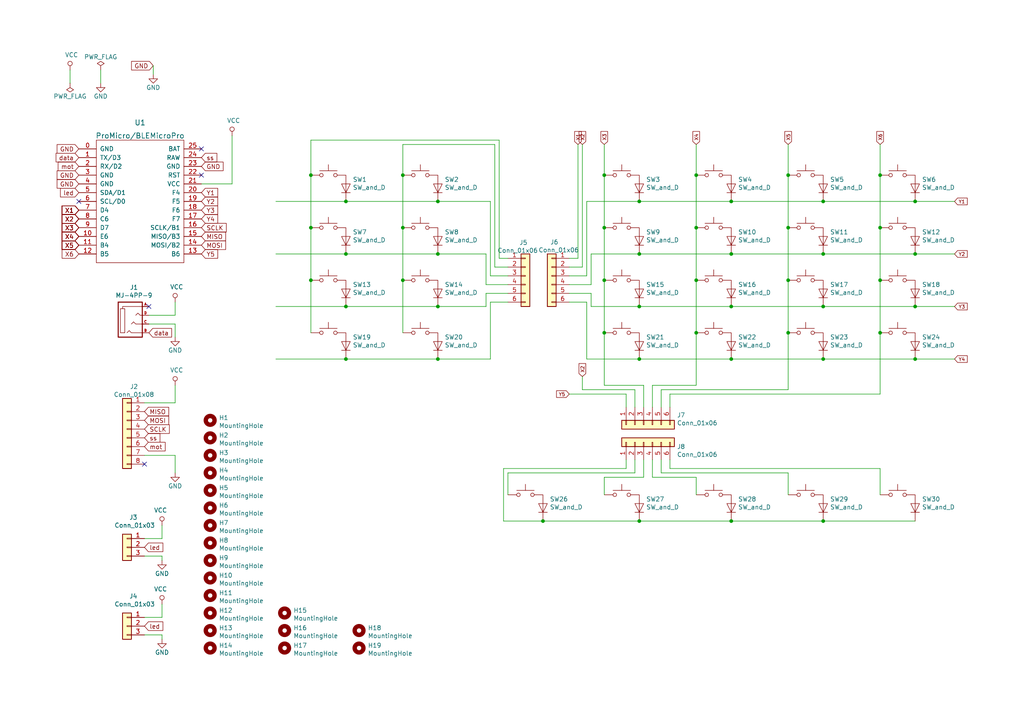
<source format=kicad_sch>
(kicad_sch (version 20210406) (generator eeschema)
  (paper "A4")
  (title_block (title "Suzuri Keypad") (rev "1") (company "@e3w2q"))
  (lib_symbols
    (symbol "#library:BLEMicroPro" (pin_names (offset 1.016))
      (property "Reference" "U?" (at 0 29.21 0))
      (property "Value" "ProMicro/BLEMicroPro" (at 0 25.4 0))
      (symbol "BLEMicroPro_0_1"
        (rectangle (start -12.7 24.13) (end 12.7 -11.43))
      )
      (symbol "BLEMicroPro_1_1"
        (pin input line (at -17.78 21.59 0) (length 5.08) (name "GND") (number "0"))
        (pin bidirectional line (at -17.78 19.05 0) (length 5.08) (name "TX/D3") (number "1"))
        (pin bidirectional line (at -17.78 -3.81 0) (length 5.08) (name "E6") (number "10"))
        (pin bidirectional line (at -17.78 -6.35 0) (length 5.08) (name "B4") (number "11"))
        (pin bidirectional line (at -17.78 -8.89 0) (length 5.08) (name "B5") (number "12"))
        (pin bidirectional line (at 17.78 -8.89 180) (length 5.08) (name "B6") (number "13"))
        (pin bidirectional line (at 17.78 -6.35 180) (length 5.08) (name "MOSI/B2") (number "14"))
        (pin bidirectional line (at 17.78 -3.81 180) (length 5.08) (name "MISO/B3") (number "15"))
        (pin bidirectional line (at 17.78 -1.27 180) (length 5.08) (name "SCLK/B1") (number "16"))
        (pin bidirectional line (at 17.78 1.27 180) (length 5.08) (name "F7") (number "17"))
        (pin bidirectional line (at 17.78 3.81 180) (length 5.08) (name "F6") (number "18"))
        (pin bidirectional line (at 17.78 6.35 180) (length 5.08) (name "F5") (number "19"))
        (pin bidirectional line (at -17.78 16.51 0) (length 5.08) (name "RX/D2") (number "2"))
        (pin bidirectional line (at 17.78 8.89 180) (length 5.08) (name "F4") (number "20"))
        (pin power_in line (at 17.78 11.43 180) (length 5.08) (name "VCC") (number "21"))
        (pin input line (at 17.78 13.97 180) (length 5.08) (name "RST") (number "22"))
        (pin power_in line (at 17.78 16.51 180) (length 5.08) (name "GND") (number "23"))
        (pin power_out line (at 17.78 19.05 180) (length 5.08) (name "RAW") (number "24"))
        (pin input line (at 17.78 21.59 180) (length 5.08) (name "BAT") (number "25"))
        (pin power_in line (at -17.78 13.97 0) (length 5.08) (name "GND") (number "3"))
        (pin power_in line (at -17.78 11.43 0) (length 5.08) (name "GND") (number "4"))
        (pin bidirectional line (at -17.78 8.89 0) (length 5.08) (name "SDA/D1") (number "5"))
        (pin bidirectional line (at -17.78 6.35 0) (length 5.08) (name "SCL/D0") (number "6"))
        (pin bidirectional line (at -17.78 3.81 0) (length 5.08) (name "D4") (number "7"))
        (pin bidirectional line (at -17.78 1.27 0) (length 5.08) (name "C6") (number "8"))
        (pin bidirectional line (at -17.78 -1.27 0) (length 5.08) (name "D7") (number "9"))
      )
    )
    (symbol "#library:MJ-4PP-9" (pin_names (offset 1.016))
      (property "Reference" "J" (at 0 7.62 0))
      (property "Value" "MJ-4PP-9" (at 0 -5.08 0))
      (symbol "MJ-4PP-9_0_1"
        (rectangle (start -1.905 -2.54) (end -3.175 4.445))
        (rectangle (start 3.175 6.35) (end -3.81 -3.81) (stroke (width 0.3048)))
        (polyline (pts (xy -2.54 4.445) (xy -2.54 5.08) (xy 3.175 5.08)))
        (polyline (pts (xy -1.27 -2.54) (xy -0.635 -1.905) (xy 0 -2.54) (xy 3.175 -2.54)))
        (polyline (pts (xy 0 0) (xy 0.635 0.635) (xy 1.27 0) (xy 3.175 0)))
        (polyline (pts (xy 1.27 2.54) (xy 1.905 3.175) (xy 2.54 2.54) (xy 3.175 2.54)))
      )
      (symbol "MJ-4PP-9_1_1"
        (pin input line (at 5.08 5.08 180) (length 2.0066) (name "~") (number "A"))
        (pin input line (at 5.08 -2.54 180) (length 2.0066) (name "~") (number "B"))
        (pin input line (at 5.08 0 180) (length 2.0066) (name "~") (number "C"))
        (pin input line (at 5.08 2.54 180) (length 2.0066) (name "~") (number "D"))
      )
    )
    (symbol "#library:SW_and_D" (pin_numbers hide) (pin_names (offset 1.016) hide)
      (property "Reference" "SW" (at 1.27 2.54 0))
      (property "Value" "SW_and_D" (at 0 -1.524 0))
      (symbol "SW_and_D_0_1"
        (circle (center -2.032 0) (radius 0.508))
        (circle (center 2.032 0) (radius 0.508))
        (polyline (pts (xy 0 1.27) (xy 0 3.048)))
        (polyline (pts (xy 2.54 1.27) (xy -2.54 1.27)))
        (polyline (pts (xy 3.81 -5.08) (xy 6.35 -5.08)))
        (polyline (pts (xy 2.54 0) (xy 5.08 0) (xy 5.08 -5.08) (xy 6.35 -2.54) (xy 3.81 -2.54) (xy 5.08 -5.08)))
        (pin passive line (at -5.08 0 0) (length 2.54) (name "1") (number "1"))
        (pin passive line (at 5.08 -7.62 90) (length 2.54) (name "2") (number "2"))
      )
    )
    (symbol "Connector_Generic:Conn_01x03" (pin_names (offset 1.016) hide)
      (property "Reference" "J" (at 0 5.08 0))
      (property "Value" "Conn_01x03" (at 0 -5.08 0))
      (symbol "Conn_01x03_1_1"
        (rectangle (start -1.27 -2.413) (end 0 -2.667) (stroke (width 0.1524)))
        (rectangle (start -1.27 0.127) (end 0 -0.127) (stroke (width 0.1524)))
        (rectangle (start -1.27 2.667) (end 0 2.413) (stroke (width 0.1524)))
        (rectangle (start -1.27 3.81) (end 1.27 -3.81) (stroke (width 0.254)) (fill (type background)))
        (pin passive line (at -5.08 2.54 0) (length 3.81) (name "Pin_1") (number "1"))
        (pin passive line (at -5.08 0 0) (length 3.81) (name "Pin_2") (number "2"))
        (pin passive line (at -5.08 -2.54 0) (length 3.81) (name "Pin_3") (number "3"))
      )
    )
    (symbol "Connector_Generic:Conn_01x06" (pin_names (offset 1.016) hide)
      (property "Reference" "J" (at 0 7.62 0))
      (property "Value" "Conn_01x06" (at 0 -10.16 0))
      (symbol "Conn_01x06_1_1"
        (rectangle (start -1.27 -7.493) (end 0 -7.747) (stroke (width 0.1524)))
        (rectangle (start -1.27 -4.953) (end 0 -5.207) (stroke (width 0.1524)))
        (rectangle (start -1.27 -2.413) (end 0 -2.667) (stroke (width 0.1524)))
        (rectangle (start -1.27 0.127) (end 0 -0.127) (stroke (width 0.1524)))
        (rectangle (start -1.27 2.667) (end 0 2.413) (stroke (width 0.1524)))
        (rectangle (start -1.27 5.207) (end 0 4.953) (stroke (width 0.1524)))
        (rectangle (start -1.27 6.35) (end 1.27 -8.89) (stroke (width 0.254)) (fill (type background)))
        (pin passive line (at -5.08 5.08 0) (length 3.81) (name "Pin_1") (number "1"))
        (pin passive line (at -5.08 2.54 0) (length 3.81) (name "Pin_2") (number "2"))
        (pin passive line (at -5.08 0 0) (length 3.81) (name "Pin_3") (number "3"))
        (pin passive line (at -5.08 -2.54 0) (length 3.81) (name "Pin_4") (number "4"))
        (pin passive line (at -5.08 -5.08 0) (length 3.81) (name "Pin_5") (number "5"))
        (pin passive line (at -5.08 -7.62 0) (length 3.81) (name "Pin_6") (number "6"))
      )
    )
    (symbol "Connector_Generic:Conn_01x08" (pin_names (offset 1.016) hide)
      (property "Reference" "J" (at 0 10.16 0))
      (property "Value" "Conn_01x08" (at 0 -12.7 0))
      (symbol "Conn_01x08_1_1"
        (rectangle (start -1.27 -10.033) (end 0 -10.287) (stroke (width 0.1524)))
        (rectangle (start -1.27 -7.493) (end 0 -7.747) (stroke (width 0.1524)))
        (rectangle (start -1.27 -4.953) (end 0 -5.207) (stroke (width 0.1524)))
        (rectangle (start -1.27 -2.413) (end 0 -2.667) (stroke (width 0.1524)))
        (rectangle (start -1.27 0.127) (end 0 -0.127) (stroke (width 0.1524)))
        (rectangle (start -1.27 2.667) (end 0 2.413) (stroke (width 0.1524)))
        (rectangle (start -1.27 5.207) (end 0 4.953) (stroke (width 0.1524)))
        (rectangle (start -1.27 7.747) (end 0 7.493) (stroke (width 0.1524)))
        (rectangle (start -1.27 8.89) (end 1.27 -11.43) (stroke (width 0.254)) (fill (type background)))
        (pin passive line (at -5.08 7.62 0) (length 3.81) (name "Pin_1") (number "1"))
        (pin passive line (at -5.08 5.08 0) (length 3.81) (name "Pin_2") (number "2"))
        (pin passive line (at -5.08 2.54 0) (length 3.81) (name "Pin_3") (number "3"))
        (pin passive line (at -5.08 0 0) (length 3.81) (name "Pin_4") (number "4"))
        (pin passive line (at -5.08 -2.54 0) (length 3.81) (name "Pin_5") (number "5"))
        (pin passive line (at -5.08 -5.08 0) (length 3.81) (name "Pin_6") (number "6"))
        (pin passive line (at -5.08 -7.62 0) (length 3.81) (name "Pin_7") (number "7"))
        (pin passive line (at -5.08 -10.16 0) (length 3.81) (name "Pin_8") (number "8"))
      )
    )
    (symbol "Mechanical:MountingHole" (pin_names (offset 1.016))
      (property "Reference" "H" (at 0 5.08 0))
      (property "Value" "MountingHole" (at 0 3.175 0))
      (symbol "MountingHole_0_1"
        (circle (center 0 0) (radius 1.27) (stroke (width 1.27)))
      )
    )
    (symbol "power:GND" (power) (pin_names (offset 0))
      (property "Value" "GND" (at 0 -3.81 0))
      (symbol "GND_0_1"
        (polyline (pts (xy 0 0) (xy 0 -1.27) (xy 1.27 -1.27) (xy 0 -2.54) (xy -1.27 -1.27) (xy 0 -1.27)))
      )
      (symbol "GND_1_1"
        (pin power_in line (at 0 0 270) (length 0) hide (name "GND") (number "1"))
      )
    )
    (symbol "power:PWR_FLAG" (power) (pin_numbers hide) (pin_names (offset 0) hide)
      (property "Value" "PWR_FLAG" (at 0 3.81 0))
      (symbol "PWR_FLAG_0_0"
        (pin power_out line (at 0 0 90) (length 0) (name "pwr") (number "1"))
      )
      (symbol "PWR_FLAG_0_1"
        (polyline (pts (xy 0 0) (xy 0 1.27) (xy -1.016 1.905) (xy 0 2.54) (xy 1.016 1.905) (xy 0 1.27)))
      )
    )
    (symbol "power:VCC" (power) (pin_names (offset 0))
      (property "Value" "VCC" (at 0 3.81 0))
      (symbol "VCC_0_1"
        (circle (center 0 1.905) (radius 0.635))
        (polyline (pts (xy 0 0) (xy 0 1.27)))
      )
      (symbol "VCC_1_1"
        (pin power_in line (at 0 0 90) (length 0) hide (name "VCC") (number "1"))
      )
    )
  )
  (junction (at 90.17 50.8) (diameter 0.9144))
  (junction (at 90.17 66.04) (diameter 0.9144))
  (junction (at 90.17 81.28) (diameter 0.9144))
  (junction (at 100.33 58.42) (diameter 0.9144))
  (junction (at 100.33 73.66) (diameter 0.9144))
  (junction (at 100.33 88.9) (diameter 0.9144))
  (junction (at 100.33 104.14) (diameter 0.9144))
  (junction (at 116.84 50.8) (diameter 0.9144))
  (junction (at 116.84 66.04) (diameter 0.9144))
  (junction (at 116.84 81.28) (diameter 0.9144))
  (junction (at 127 58.42) (diameter 0.9144))
  (junction (at 127 73.66) (diameter 0.9144))
  (junction (at 127 88.9) (diameter 0.9144))
  (junction (at 127 104.14) (diameter 0.9144))
  (junction (at 157.48 151.13) (diameter 0.9144))
  (junction (at 175.26 50.8) (diameter 0.9144))
  (junction (at 175.26 66.04) (diameter 0.9144))
  (junction (at 175.26 81.28) (diameter 0.9144))
  (junction (at 175.26 96.52) (diameter 0.9144))
  (junction (at 185.42 58.42) (diameter 0.9144))
  (junction (at 185.42 73.66) (diameter 0.9144))
  (junction (at 185.42 88.9) (diameter 0.9144))
  (junction (at 185.42 104.14) (diameter 0.9144))
  (junction (at 185.42 151.13) (diameter 0.9144))
  (junction (at 201.93 50.8) (diameter 0.9144))
  (junction (at 201.93 66.04) (diameter 0.9144))
  (junction (at 201.93 81.28) (diameter 0.9144))
  (junction (at 201.93 96.52) (diameter 0.9144))
  (junction (at 212.09 58.42) (diameter 0.9144))
  (junction (at 212.09 73.66) (diameter 0.9144))
  (junction (at 212.09 88.9) (diameter 0.9144))
  (junction (at 212.09 104.14) (diameter 0.9144))
  (junction (at 212.09 151.13) (diameter 0.9144))
  (junction (at 228.6 50.8) (diameter 0.9144))
  (junction (at 228.6 66.04) (diameter 0.9144))
  (junction (at 228.6 81.28) (diameter 0.9144))
  (junction (at 228.6 96.52) (diameter 0.9144))
  (junction (at 238.76 58.42) (diameter 0.9144))
  (junction (at 238.76 73.66) (diameter 0.9144))
  (junction (at 238.76 88.9) (diameter 0.9144))
  (junction (at 238.76 104.14) (diameter 0.9144))
  (junction (at 238.76 151.13) (diameter 0.9144))
  (junction (at 255.27 50.8) (diameter 0.9144))
  (junction (at 255.27 66.04) (diameter 0.9144))
  (junction (at 255.27 81.28) (diameter 0.9144))
  (junction (at 255.27 96.52) (diameter 0.9144))
  (junction (at 265.43 58.42) (diameter 0.9144))
  (junction (at 265.43 73.66) (diameter 0.9144))
  (junction (at 265.43 88.9) (diameter 0.9144))
  (junction (at 265.43 104.14) (diameter 0.9144))
  (no_connect (at 22.86 58.42))
  (no_connect (at 41.91 134.62))
  (no_connect (at 43.18 88.9))
  (no_connect (at 58.42 43.18))
  (no_connect (at 58.42 50.8))
  (wire (pts (xy 20.32 20.32) (xy 20.32 24.13)))
  (wire (pts (xy 29.21 20.32) (xy 29.21 24.13)))
  (wire (pts (xy 41.91 116.84) (xy 50.8 116.84)))
  (wire (pts (xy 41.91 132.08) (xy 50.8 132.08)))
  (wire (pts (xy 41.91 156.21) (xy 46.99 156.21)))
  (wire (pts (xy 41.91 179.07) (xy 46.99 179.07)))
  (wire (pts (xy 43.18 91.44) (xy 50.8 91.44)))
  (wire (pts (xy 43.18 93.98) (xy 50.8 93.98)))
  (wire (pts (xy 44.45 19.05) (xy 44.45 21.59)))
  (wire (pts (xy 46.99 156.21) (xy 46.99 152.4)))
  (wire (pts (xy 46.99 161.29) (xy 41.91 161.29)))
  (wire (pts (xy 46.99 162.56) (xy 46.99 161.29)))
  (wire (pts (xy 46.99 179.07) (xy 46.99 175.26)))
  (wire (pts (xy 46.99 184.15) (xy 41.91 184.15)))
  (wire (pts (xy 46.99 185.42) (xy 46.99 184.15)))
  (wire (pts (xy 50.8 91.44) (xy 50.8 87.63)))
  (wire (pts (xy 50.8 93.98) (xy 50.8 97.79)))
  (wire (pts (xy 50.8 111.76) (xy 50.8 116.84)))
  (wire (pts (xy 50.8 132.08) (xy 50.8 137.16)))
  (wire (pts (xy 58.42 53.34) (xy 67.31 53.34)))
  (wire (pts (xy 67.31 39.37) (xy 67.31 53.34)))
  (wire (pts (xy 80.01 58.42) (xy 100.33 58.42)))
  (wire (pts (xy 80.01 73.66) (xy 100.33 73.66)))
  (wire (pts (xy 80.01 88.9) (xy 100.33 88.9)))
  (wire (pts (xy 80.01 104.14) (xy 100.33 104.14)))
  (wire (pts (xy 90.17 40.64) (xy 90.17 50.8)))
  (wire (pts (xy 90.17 40.64) (xy 144.78 40.64)))
  (wire (pts (xy 90.17 50.8) (xy 90.17 66.04)))
  (wire (pts (xy 90.17 66.04) (xy 90.17 81.28)))
  (wire (pts (xy 90.17 81.28) (xy 90.17 96.52)))
  (wire (pts (xy 100.33 58.42) (xy 127 58.42)))
  (wire (pts (xy 100.33 73.66) (xy 127 73.66)))
  (wire (pts (xy 100.33 88.9) (xy 127 88.9)))
  (wire (pts (xy 100.33 104.14) (xy 127 104.14)))
  (wire (pts (xy 116.84 41.91) (xy 116.84 50.8)))
  (wire (pts (xy 116.84 41.91) (xy 143.51 41.91)))
  (wire (pts (xy 116.84 50.8) (xy 116.84 66.04)))
  (wire (pts (xy 116.84 66.04) (xy 116.84 81.28)))
  (wire (pts (xy 116.84 81.28) (xy 116.84 96.52)))
  (wire (pts (xy 127 58.42) (xy 142.24 58.42)))
  (wire (pts (xy 127 73.66) (xy 140.97 73.66)))
  (wire (pts (xy 127 88.9) (xy 140.97 88.9)))
  (wire (pts (xy 127 104.14) (xy 142.24 104.14)))
  (wire (pts (xy 140.97 82.55) (xy 140.97 73.66)))
  (wire (pts (xy 140.97 85.09) (xy 140.97 88.9)))
  (wire (pts (xy 142.24 80.01) (xy 142.24 58.42)))
  (wire (pts (xy 142.24 87.63) (xy 142.24 104.14)))
  (wire (pts (xy 143.51 77.47) (xy 143.51 41.91)))
  (wire (pts (xy 144.78 40.64) (xy 144.78 74.93)))
  (wire (pts (xy 146.05 135.89) (xy 146.05 151.13)))
  (wire (pts (xy 146.05 151.13) (xy 157.48 151.13)))
  (wire (pts (xy 147.32 74.93) (xy 144.78 74.93)))
  (wire (pts (xy 147.32 77.47) (xy 143.51 77.47)))
  (wire (pts (xy 147.32 80.01) (xy 142.24 80.01)))
  (wire (pts (xy 147.32 82.55) (xy 140.97 82.55)))
  (wire (pts (xy 147.32 85.09) (xy 140.97 85.09)))
  (wire (pts (xy 147.32 87.63) (xy 142.24 87.63)))
  (wire (pts (xy 147.32 137.16) (xy 147.32 143.51)))
  (wire (pts (xy 157.48 151.13) (xy 185.42 151.13)))
  (wire (pts (xy 165.1 74.93) (xy 167.64 74.93)))
  (wire (pts (xy 165.1 77.47) (xy 168.91 77.47)))
  (wire (pts (xy 165.1 80.01) (xy 170.18 80.01)))
  (wire (pts (xy 165.1 82.55) (xy 171.45 82.55)))
  (wire (pts (xy 165.1 85.09) (xy 171.45 85.09)))
  (wire (pts (xy 165.1 87.63) (xy 170.18 87.63)))
  (wire (pts (xy 165.1 114.3) (xy 181.61 114.3)))
  (wire (pts (xy 167.64 41.91) (xy 167.64 74.93)))
  (wire (pts (xy 168.91 41.91) (xy 168.91 77.47)))
  (wire (pts (xy 168.91 109.22) (xy 168.91 113.03)))
  (wire (pts (xy 170.18 58.42) (xy 185.42 58.42)))
  (wire (pts (xy 170.18 80.01) (xy 170.18 58.42)))
  (wire (pts (xy 170.18 87.63) (xy 170.18 104.14)))
  (wire (pts (xy 170.18 104.14) (xy 185.42 104.14)))
  (wire (pts (xy 171.45 73.66) (xy 185.42 73.66)))
  (wire (pts (xy 171.45 82.55) (xy 171.45 73.66)))
  (wire (pts (xy 171.45 85.09) (xy 171.45 88.9)))
  (wire (pts (xy 171.45 88.9) (xy 185.42 88.9)))
  (wire (pts (xy 175.26 41.91) (xy 175.26 50.8)))
  (wire (pts (xy 175.26 50.8) (xy 175.26 66.04)))
  (wire (pts (xy 175.26 66.04) (xy 175.26 81.28)))
  (wire (pts (xy 175.26 81.28) (xy 175.26 96.52)))
  (wire (pts (xy 175.26 96.52) (xy 175.26 111.76)))
  (wire (pts (xy 175.26 111.76) (xy 186.69 111.76)))
  (wire (pts (xy 175.26 138.43) (xy 186.69 138.43)))
  (wire (pts (xy 175.26 143.51) (xy 175.26 138.43)))
  (wire (pts (xy 181.61 118.11) (xy 181.61 114.3)))
  (wire (pts (xy 181.61 133.35) (xy 181.61 135.89)))
  (wire (pts (xy 181.61 135.89) (xy 146.05 135.89)))
  (wire (pts (xy 184.15 113.03) (xy 168.91 113.03)))
  (wire (pts (xy 184.15 118.11) (xy 184.15 113.03)))
  (wire (pts (xy 184.15 133.35) (xy 184.15 137.16)))
  (wire (pts (xy 184.15 137.16) (xy 147.32 137.16)))
  (wire (pts (xy 185.42 58.42) (xy 212.09 58.42)))
  (wire (pts (xy 185.42 73.66) (xy 212.09 73.66)))
  (wire (pts (xy 185.42 88.9) (xy 212.09 88.9)))
  (wire (pts (xy 185.42 104.14) (xy 212.09 104.14)))
  (wire (pts (xy 185.42 151.13) (xy 212.09 151.13)))
  (wire (pts (xy 186.69 118.11) (xy 186.69 111.76)))
  (wire (pts (xy 186.69 133.35) (xy 186.69 138.43)))
  (wire (pts (xy 189.23 111.76) (xy 201.93 111.76)))
  (wire (pts (xy 189.23 118.11) (xy 189.23 111.76)))
  (wire (pts (xy 189.23 133.35) (xy 189.23 138.43)))
  (wire (pts (xy 189.23 138.43) (xy 201.93 138.43)))
  (wire (pts (xy 191.77 113.03) (xy 228.6 113.03)))
  (wire (pts (xy 191.77 118.11) (xy 191.77 113.03)))
  (wire (pts (xy 191.77 133.35) (xy 191.77 137.16)))
  (wire (pts (xy 191.77 137.16) (xy 228.6 137.16)))
  (wire (pts (xy 194.31 114.3) (xy 255.27 114.3)))
  (wire (pts (xy 194.31 118.11) (xy 194.31 114.3)))
  (wire (pts (xy 194.31 133.35) (xy 194.31 135.89)))
  (wire (pts (xy 194.31 135.89) (xy 255.27 135.89)))
  (wire (pts (xy 201.93 41.91) (xy 201.93 50.8)))
  (wire (pts (xy 201.93 50.8) (xy 201.93 66.04)))
  (wire (pts (xy 201.93 66.04) (xy 201.93 81.28)))
  (wire (pts (xy 201.93 81.28) (xy 201.93 96.52)))
  (wire (pts (xy 201.93 96.52) (xy 201.93 111.76)))
  (wire (pts (xy 201.93 138.43) (xy 201.93 143.51)))
  (wire (pts (xy 212.09 58.42) (xy 238.76 58.42)))
  (wire (pts (xy 212.09 73.66) (xy 238.76 73.66)))
  (wire (pts (xy 212.09 88.9) (xy 238.76 88.9)))
  (wire (pts (xy 212.09 104.14) (xy 238.76 104.14)))
  (wire (pts (xy 212.09 151.13) (xy 238.76 151.13)))
  (wire (pts (xy 228.6 41.91) (xy 228.6 50.8)))
  (wire (pts (xy 228.6 50.8) (xy 228.6 66.04)))
  (wire (pts (xy 228.6 66.04) (xy 228.6 81.28)))
  (wire (pts (xy 228.6 81.28) (xy 228.6 96.52)))
  (wire (pts (xy 228.6 96.52) (xy 228.6 113.03)))
  (wire (pts (xy 228.6 137.16) (xy 228.6 143.51)))
  (wire (pts (xy 238.76 58.42) (xy 265.43 58.42)))
  (wire (pts (xy 238.76 73.66) (xy 265.43 73.66)))
  (wire (pts (xy 238.76 88.9) (xy 265.43 88.9)))
  (wire (pts (xy 238.76 104.14) (xy 265.43 104.14)))
  (wire (pts (xy 238.76 151.13) (xy 265.43 151.13)))
  (wire (pts (xy 255.27 41.91) (xy 255.27 50.8)))
  (wire (pts (xy 255.27 50.8) (xy 255.27 66.04)))
  (wire (pts (xy 255.27 66.04) (xy 255.27 81.28)))
  (wire (pts (xy 255.27 81.28) (xy 255.27 96.52)))
  (wire (pts (xy 255.27 96.52) (xy 255.27 114.3)))
  (wire (pts (xy 255.27 135.89) (xy 255.27 143.51)))
  (wire (pts (xy 265.43 58.42) (xy 276.86 58.42)))
  (wire (pts (xy 265.43 73.66) (xy 276.86 73.66)))
  (wire (pts (xy 265.43 88.9) (xy 276.86 88.9)))
  (wire (pts (xy 265.43 104.14) (xy 276.86 104.14)))
  (global_label "GND" (shape input) (at 22.86 43.18 180) (property "Intersheet References" "${INTERSHEET_REFS}" (effects hide)))
  (global_label "data" (shape input) (at 22.86 45.72 180) (property "Intersheet References" "${INTERSHEET_REFS}" (effects hide)))
  (global_label "mot" (shape input) (at 22.86 48.26 180) (property "Intersheet References" "${INTERSHEET_REFS}" (effects hide)))
  (global_label "GND" (shape input) (at 22.86 50.8 180) (property "Intersheet References" "${INTERSHEET_REFS}" (effects hide)))
  (global_label "GND" (shape input) (at 22.86 53.34 180) (property "Intersheet References" "${INTERSHEET_REFS}" (effects hide)))
  (global_label "led" (shape input) (at 22.86 55.88 180) (property "Intersheet References" "${INTERSHEET_REFS}" (effects hide)))
  (global_label "X1" (shape input) (at 22.86 60.96 180) (property "Intersheet References" "${INTERSHEET_REFS}" (effects hide)))
  (global_label "X1" (shape input) (at 22.86 60.96 180) (property "Intersheet References" "${INTERSHEET_REFS}" (effects hide)))
  (global_label "X1" (shape input) (at 22.86 60.96 180) (property "Intersheet References" "${INTERSHEET_REFS}" (effects hide)))
  (global_label "X1" (shape input) (at 22.86 60.96 180) (property "Intersheet References" "${INTERSHEET_REFS}" (effects hide)))
  (global_label "X2" (shape input) (at 22.86 63.5 180) (property "Intersheet References" "${INTERSHEET_REFS}" (effects hide)))
  (global_label "X2" (shape input) (at 22.86 63.5 180) (property "Intersheet References" "${INTERSHEET_REFS}" (effects hide)))
  (global_label "X2" (shape input) (at 22.86 63.5 180) (property "Intersheet References" "${INTERSHEET_REFS}" (effects hide)))
  (global_label "X2" (shape input) (at 22.86 63.5 180) (property "Intersheet References" "${INTERSHEET_REFS}" (effects hide)))
  (global_label "X3" (shape input) (at 22.86 66.04 180) (property "Intersheet References" "${INTERSHEET_REFS}" (effects hide)))
  (global_label "X3" (shape input) (at 22.86 66.04 180) (property "Intersheet References" "${INTERSHEET_REFS}" (effects hide)))
  (global_label "X3" (shape input) (at 22.86 66.04 180) (property "Intersheet References" "${INTERSHEET_REFS}" (effects hide)))
  (global_label "X3" (shape input) (at 22.86 66.04 180) (property "Intersheet References" "${INTERSHEET_REFS}" (effects hide)))
  (global_label "X4" (shape input) (at 22.86 68.58 180) (property "Intersheet References" "${INTERSHEET_REFS}" (effects hide)))
  (global_label "X4" (shape input) (at 22.86 68.58 180) (property "Intersheet References" "${INTERSHEET_REFS}" (effects hide)))
  (global_label "X4" (shape input) (at 22.86 68.58 180) (property "Intersheet References" "${INTERSHEET_REFS}" (effects hide)))
  (global_label "X4" (shape input) (at 22.86 68.58 180) (property "Intersheet References" "${INTERSHEET_REFS}" (effects hide)))
  (global_label "X5" (shape input) (at 22.86 71.12 180) (property "Intersheet References" "${INTERSHEET_REFS}" (effects hide)))
  (global_label "X5" (shape input) (at 22.86 71.12 180) (property "Intersheet References" "${INTERSHEET_REFS}" (effects hide)))
  (global_label "X5" (shape input) (at 22.86 71.12 180) (property "Intersheet References" "${INTERSHEET_REFS}" (effects hide)))
  (global_label "X5" (shape input) (at 22.86 71.12 180) (property "Intersheet References" "${INTERSHEET_REFS}" (effects hide)))
  (global_label "X6" (shape input) (at 22.86 73.66 180) (property "Intersheet References" "${INTERSHEET_REFS}" (effects hide)))
  (global_label "MISO" (shape input) (at 41.91 119.38 0) (property "Intersheet References" "${INTERSHEET_REFS}" (effects hide)))
  (global_label "MOSI" (shape input) (at 41.91 121.92 0) (property "Intersheet References" "${INTERSHEET_REFS}" (effects hide)))
  (global_label "SCLK" (shape input) (at 41.91 124.46 0) (property "Intersheet References" "${INTERSHEET_REFS}" (effects hide)))
  (global_label "ss" (shape input) (at 41.91 127 0) (property "Intersheet References" "${INTERSHEET_REFS}" (effects hide)))
  (global_label "mot" (shape input) (at 41.91 129.54 0) (property "Intersheet References" "${INTERSHEET_REFS}" (effects hide)))
  (global_label "led" (shape input) (at 41.91 158.75 0) (property "Intersheet References" "${INTERSHEET_REFS}" (effects hide)))
  (global_label "led" (shape input) (at 41.91 181.61 0) (property "Intersheet References" "${INTERSHEET_REFS}" (effects hide)))
  (global_label "data" (shape input) (at 43.18 96.52 0) (property "Intersheet References" "${INTERSHEET_REFS}" (effects hide)))
  (global_label "GND" (shape input) (at 44.45 19.05 180) (property "Intersheet References" "${INTERSHEET_REFS}" (effects hide)))
  (global_label "ss" (shape input) (at 58.42 45.72 0) (property "Intersheet References" "${INTERSHEET_REFS}" (effects hide)))
  (global_label "GND" (shape input) (at 58.42 48.26 0) (property "Intersheet References" "${INTERSHEET_REFS}" (effects hide)))
  (global_label "Y1" (shape input) (at 58.42 55.88 0) (property "Intersheet References" "${INTERSHEET_REFS}" (effects hide)))
  (global_label "Y2" (shape input) (at 58.42 58.42 0) (property "Intersheet References" "${INTERSHEET_REFS}" (effects hide)))
  (global_label "Y3" (shape input) (at 58.42 60.96 0) (property "Intersheet References" "${INTERSHEET_REFS}" (effects hide)))
  (global_label "Y4" (shape input) (at 58.42 63.5 0) (property "Intersheet References" "${INTERSHEET_REFS}" (effects hide)))
  (global_label "SCLK" (shape input) (at 58.42 66.04 0) (property "Intersheet References" "${INTERSHEET_REFS}" (effects hide)))
  (global_label "MISO" (shape input) (at 58.42 68.58 0) (property "Intersheet References" "${INTERSHEET_REFS}" (effects hide)))
  (global_label "MOSI" (shape input) (at 58.42 71.12 0) (property "Intersheet References" "${INTERSHEET_REFS}" (effects hide)))
  (global_label "Y5" (shape input) (at 58.42 73.66 0) (property "Intersheet References" "${INTERSHEET_REFS}" (effects hide)))
  (global_label "Y5" (shape input) (at 165.1 114.3 180) (effects (font (size 0.9906 0.9906))) (property "Intersheet References" "${INTERSHEET_REFS}" (effects hide)))
  (global_label "X1" (shape input) (at 167.64 41.91 90) (effects (font (size 0.9906 0.9906))) (property "Intersheet References" "${INTERSHEET_REFS}" (effects hide)))
  (global_label "X2" (shape input) (at 168.91 41.91 90) (effects (font (size 0.9906 0.9906))) (property "Intersheet References" "${INTERSHEET_REFS}" (effects hide)))
  (global_label "X2" (shape input) (at 168.91 109.22 90) (effects (font (size 0.9906 0.9906))) (property "Intersheet References" "${INTERSHEET_REFS}" (effects hide)))
  (global_label "X3" (shape input) (at 175.26 41.91 90) (effects (font (size 0.9906 0.9906))) (property "Intersheet References" "${INTERSHEET_REFS}" (effects hide)))
  (global_label "X4" (shape input) (at 201.93 41.91 90) (effects (font (size 0.9906 0.9906))) (property "Intersheet References" "${INTERSHEET_REFS}" (effects hide)))
  (global_label "X5" (shape input) (at 228.6 41.91 90) (effects (font (size 0.9906 0.9906))) (property "Intersheet References" "${INTERSHEET_REFS}" (effects hide)))
  (global_label "X6" (shape input) (at 255.27 41.91 90) (effects (font (size 0.9906 0.9906))) (property "Intersheet References" "${INTERSHEET_REFS}" (effects hide)))
  (global_label "Y1" (shape input) (at 276.86 58.42 0) (effects (font (size 0.9906 0.9906))) (property "Intersheet References" "${INTERSHEET_REFS}" (effects hide)))
  (global_label "Y2" (shape input) (at 276.86 73.66 0) (effects (font (size 0.9906 0.9906))) (property "Intersheet References" "${INTERSHEET_REFS}" (effects hide)))
  (global_label "Y3" (shape input) (at 276.86 88.9 0) (effects (font (size 0.9906 0.9906))) (property "Intersheet References" "${INTERSHEET_REFS}" (effects hide)))
  (global_label "Y4" (shape input) (at 276.86 104.14 0) (effects (font (size 0.9906 0.9906))) (property "Intersheet References" "${INTERSHEET_REFS}" (effects hide)))
  (symbol (lib_id "power:VCC") (at 20.32 20.32 0) (unit 1)
    (property "Reference" "#PWR01" (effects hide))
    (property "Value" "VCC" (at 20.7518 15.9258 0))
  )
  (symbol (lib_id "power:VCC") (at 46.99 152.4 0) (mirror y) (unit 1)
    (property "Reference" "#PWR0101" (effects hide))
    (property "Value" "VCC" (at 46.5582 148.0058 0))
  )
  (symbol (lib_id "power:VCC") (at 46.99 175.26 0) (mirror y) (unit 1)
    (property "Reference" "#PWR0103" (effects hide))
    (property "Value" "VCC" (at 46.5582 170.8658 0))
  )
  (symbol (lib_id "power:VCC") (at 50.8 87.63 0) (unit 1)
    (property "Reference" "#PWR05" (effects hide))
    (property "Value" "VCC" (at 51.2318 83.2358 0))
  )
  (symbol (lib_id "power:VCC") (at 50.8 111.76 0) (unit 1)
    (property "Reference" "#PWR07" (effects hide))
    (property "Value" "VCC" (at 51.2318 107.3658 0))
  )
  (symbol (lib_id "power:VCC") (at 67.31 39.37 0) (unit 1)
    (property "Reference" "#PWR04" (effects hide))
    (property "Value" "VCC" (at 67.7418 34.9758 0))
  )
  (symbol (lib_id "power:PWR_FLAG") (at 20.32 24.13 180) (unit 1)
    (property "Reference" "#FLG02" (effects hide))
    (property "Value" "PWR_FLAG" (at 20.32 27.94 0))
  )
  (symbol (lib_id "power:PWR_FLAG") (at 29.21 20.32 0) (unit 1)
    (property "Reference" "#FLG01" (effects hide))
    (property "Value" "PWR_FLAG" (at 29.21 16.51 0))
  )
  (symbol (lib_id "power:GND") (at 29.21 24.13 0) (unit 1)
    (property "Reference" "#PWR03" (effects hide))
    (property "Value" "GND" (at 29.21 27.94 0))
  )
  (symbol (lib_id "power:GND") (at 44.45 21.59 0) (unit 1)
    (property "Reference" "#PWR02" (effects hide))
    (property "Value" "GND" (at 44.45 25.4 0))
  )
  (symbol (lib_id "power:GND") (at 46.99 162.56 0) (mirror y) (unit 1)
    (property "Reference" "#PWR0102" (effects hide))
    (property "Value" "GND" (at 46.99 166.37 0))
  )
  (symbol (lib_id "power:GND") (at 46.99 185.42 0) (mirror y) (unit 1)
    (property "Reference" "#PWR0104" (effects hide))
    (property "Value" "GND" (at 46.99 189.23 0))
  )
  (symbol (lib_id "power:GND") (at 50.8 97.79 0) (unit 1)
    (property "Reference" "#PWR06" (effects hide))
    (property "Value" "GND" (at 50.8 101.6 0))
  )
  (symbol (lib_id "power:GND") (at 50.8 137.16 0) (unit 1)
    (property "Reference" "#PWR08" (effects hide))
    (property "Value" "GND" (at 50.8 140.97 0))
  )
  (symbol (lib_id "Mechanical:MountingHole") (at 60.96 121.92 0) (unit 1)
    (property "Reference" "H1" (at 63.5001 121.1591 0) (effects (justify left)))
    (property "Value" "MountingHole" (at 63.5001 123.4578 0) (effects (justify left)))
    (property "Footprint" "#footprint:M2_spacer" (effects hide))
  )
  (symbol (lib_id "Mechanical:MountingHole") (at 60.96 127 0) (unit 1)
    (property "Reference" "H2" (at 63.5001 126.2391 0) (effects (justify left)))
    (property "Value" "MountingHole" (at 63.5001 128.5378 0) (effects (justify left)))
    (property "Footprint" "#footprint:M2_spacer" (effects hide))
  )
  (symbol (lib_id "Mechanical:MountingHole") (at 60.96 132.08 0) (unit 1)
    (property "Reference" "H3" (at 63.5001 131.3191 0) (effects (justify left)))
    (property "Value" "MountingHole" (at 63.5001 133.6178 0) (effects (justify left)))
    (property "Footprint" "#footprint:M2_spacer" (effects hide))
  )
  (symbol (lib_id "Mechanical:MountingHole") (at 60.96 137.16 0) (unit 1)
    (property "Reference" "H4" (at 63.5001 136.3991 0) (effects (justify left)))
    (property "Value" "MountingHole" (at 63.5001 138.6978 0) (effects (justify left)))
    (property "Footprint" "#footprint:M2_spacer" (effects hide))
  )
  (symbol (lib_id "Mechanical:MountingHole") (at 60.96 142.24 0) (unit 1)
    (property "Reference" "H5" (at 63.5001 141.4791 0) (effects (justify left)))
    (property "Value" "MountingHole" (at 63.5001 143.7778 0) (effects (justify left)))
    (property "Footprint" "#footprint:M2_spacer" (effects hide))
  )
  (symbol (lib_id "Mechanical:MountingHole") (at 60.96 147.32 0) (unit 1)
    (property "Reference" "H6" (at 63.5001 146.5591 0) (effects (justify left)))
    (property "Value" "MountingHole" (at 63.5001 148.8578 0) (effects (justify left)))
    (property "Footprint" "#footprint:M2_spacer" (effects hide))
  )
  (symbol (lib_id "Mechanical:MountingHole") (at 60.96 152.4 0) (unit 1)
    (property "Reference" "H7" (at 63.5001 151.6391 0) (effects (justify left)))
    (property "Value" "MountingHole" (at 63.5001 153.9378 0) (effects (justify left)))
    (property "Footprint" "#footprint:M2_spacer" (effects hide))
  )
  (symbol (lib_id "Mechanical:MountingHole") (at 60.96 157.48 0) (unit 1)
    (property "Reference" "H8" (at 63.5001 156.7191 0) (effects (justify left)))
    (property "Value" "MountingHole" (at 63.5001 159.0178 0) (effects (justify left)))
    (property "Footprint" "#footprint:M2_spacer" (effects hide))
  )
  (symbol (lib_id "Mechanical:MountingHole") (at 60.96 162.56 0) (unit 1)
    (property "Reference" "H9" (at 63.5001 161.7991 0) (effects (justify left)))
    (property "Value" "MountingHole" (at 63.5001 164.0978 0) (effects (justify left)))
    (property "Footprint" "#footprint:M2_spacer" (effects hide))
  )
  (symbol (lib_id "Mechanical:MountingHole") (at 60.96 167.64 0) (unit 1)
    (property "Reference" "H10" (at 63.5001 166.8791 0) (effects (justify left)))
    (property "Value" "MountingHole" (at 63.5001 169.1778 0) (effects (justify left)))
    (property "Footprint" "#footprint:M2_spacer" (effects hide))
  )
  (symbol (lib_id "Mechanical:MountingHole") (at 60.96 172.72 0) (unit 1)
    (property "Reference" "H11" (at 63.5001 171.9591 0) (effects (justify left)))
    (property "Value" "MountingHole" (at 63.5001 174.2578 0) (effects (justify left)))
    (property "Footprint" "#footprint:M2_spacer" (effects hide))
  )
  (symbol (lib_id "Mechanical:MountingHole") (at 60.96 177.8 0) (unit 1)
    (property "Reference" "H12" (at 63.5001 177.0391 0) (effects (justify left)))
    (property "Value" "MountingHole" (at 63.5001 179.3378 0) (effects (justify left)))
    (property "Footprint" "#footprint:M2_spacer" (effects hide))
  )
  (symbol (lib_id "Mechanical:MountingHole") (at 60.96 182.88 0) (unit 1)
    (property "Reference" "H13" (at 63.5001 182.1191 0) (effects (justify left)))
    (property "Value" "MountingHole" (at 63.5001 184.4178 0) (effects (justify left)))
    (property "Footprint" "#footprint:M2_spacer" (effects hide))
  )
  (symbol (lib_id "Mechanical:MountingHole") (at 60.96 187.96 0) (unit 1)
    (property "Reference" "H14" (at 63.5001 187.1991 0) (effects (justify left)))
    (property "Value" "MountingHole" (at 63.5001 189.4978 0) (effects (justify left)))
    (property "Footprint" "#footprint:M2_spacer" (effects hide))
  )
  (symbol (lib_id "Mechanical:MountingHole") (at 82.55 177.8 0) (unit 1)
    (property "Reference" "H15" (at 85.0901 177.0391 0) (effects (justify left)))
    (property "Value" "MountingHole" (at 85.0901 179.3378 0) (effects (justify left)))
    (property "Footprint" "#footprint:M1.4_tapping_Hole_rev2" (effects hide))
  )
  (symbol (lib_id "Mechanical:MountingHole") (at 82.55 182.88 0) (unit 1)
    (property "Reference" "H16" (at 85.0901 182.1191 0) (effects (justify left)))
    (property "Value" "MountingHole" (at 85.0901 184.4178 0) (effects (justify left)))
    (property "Footprint" "#footprint:M1.4_tapping_Hole_rev2" (effects hide))
  )
  (symbol (lib_id "Mechanical:MountingHole") (at 82.55 187.96 0) (unit 1)
    (property "Reference" "H17" (at 85.0901 187.1991 0) (effects (justify left)))
    (property "Value" "MountingHole" (at 85.0901 189.4978 0) (effects (justify left)))
    (property "Footprint" "#footprint:M1.4_tapping_Hole_rev2" (effects hide))
  )
  (symbol (lib_id "Mechanical:MountingHole") (at 104.14 182.88 0) (unit 1)
    (property "Reference" "H18" (at 106.6801 182.1191 0) (effects (justify left)))
    (property "Value" "MountingHole" (at 106.6801 184.4178 0) (effects (justify left)))
    (property "Footprint" "#footprint:M1.4_tapping_Hole_rev2" (effects hide))
  )
  (symbol (lib_id "Mechanical:MountingHole") (at 104.14 187.96 0) (unit 1)
    (property "Reference" "H19" (at 106.6801 187.1991 0) (effects (justify left)))
    (property "Value" "MountingHole" (at 106.6801 189.4978 0) (effects (justify left)))
    (property "Footprint" "#footprint:M1.4_tapping_Hole_rev2" (effects hide))
  )
  (symbol (lib_id "Connector_Generic:Conn_01x03") (at 36.83 158.75 0) (mirror y) (unit 1)
    (property "Reference" "J3" (at 39.878 150.0632 0) (effects (justify left)))
    (property "Value" "Conn_01x03" (at 44.958 152.3746 0) (effects (justify left)))
    (property "Footprint" "#footprint:StripLED_rev3" (effects hide))
  )
  (symbol (lib_id "Connector_Generic:Conn_01x03") (at 36.83 181.61 0) (mirror y) (unit 1)
    (property "Reference" "J4" (at 39.878 172.9232 0) (effects (justify left)))
    (property "Value" "Conn_01x03" (at 44.958 175.2346 0) (effects (justify left)))
    (property "Footprint" "#footprint:StripLED_rev3" (effects hide))
  )
  (symbol (lib_id "#library:MJ-4PP-9") (at 38.1 93.98 0) (unit 1)
    (property "Reference" "J1" (at 38.862 83.3628 0))
    (property "Value" "MJ-4PP-9" (at 38.862 85.6742 0))
    (property "Footprint" "#footprint:MJ-4PP-9_reversible" (effects hide))
  )
  (symbol (lib_id "Connector_Generic:Conn_01x06") (at 152.4 80.01 0) (unit 1)
    (property "Reference" "J5" (at 150.6221 70.3591 0) (effects (justify left)))
    (property "Value" "Conn_01x06" (at 144.2721 72.6578 0) (effects (justify left)))
    (property "Footprint" "#footprint:PinHeader_1x06_P2.54mm_Vertical_rev2" (effects hide))
  )
  (symbol (lib_id "Connector_Generic:Conn_01x06") (at 160.02 80.01 0) (mirror y) (unit 1)
    (property "Reference" "J6" (at 160.782 70.2268 0))
    (property "Value" "Conn_01x06" (at 162.052 72.5255 0))
    (property "Footprint" "#footprint:PinHeader_1x06_P2.54mm_Vertical_rev2" (effects hide))
  )
  (symbol (lib_id "Connector_Generic:Conn_01x06") (at 186.69 123.19 90) (mirror x) (unit 1)
    (property "Reference" "J7" (at 196.3421 120.3971 90) (effects (justify right)))
    (property "Value" "Conn_01x06" (at 196.3421 122.6958 90) (effects (justify right)))
    (property "Footprint" "#footprint:PinHeader_1x06_P2.54mm_Vertical_rev2" (effects hide))
  )
  (symbol (lib_id "Connector_Generic:Conn_01x06") (at 186.69 128.27 90) (unit 1)
    (property "Reference" "J8" (at 196.3421 129.5411 90) (effects (justify right)))
    (property "Value" "Conn_01x06" (at 196.3421 131.8398 90) (effects (justify right)))
    (property "Footprint" "#footprint:PinHeader_1x06_P2.54mm_Vertical_rev2" (effects hide))
  )
  (symbol (lib_id "#library:SW_and_D") (at 95.25 50.8 0) (unit 1)
    (property "Reference" "SW1" (at 102.3112 52.07 0) (effects (justify left)))
    (property "Value" "SW_and_D" (at 102.3112 54.3814 0) (effects (justify left)))
    (property "Footprint" "#footprint:CherryMX_MidHeight_Choc_Hotswap_Reversible_with_Diode" (effects hide))
  )
  (symbol (lib_id "#library:SW_and_D") (at 95.25 66.04 0) (unit 1)
    (property "Reference" "SW7" (at 102.3112 67.31 0) (effects (justify left)))
    (property "Value" "SW_and_D" (at 102.3112 69.6214 0) (effects (justify left)))
    (property "Footprint" "#footprint:CherryMX_MidHeight_Choc_Hotswap_Reversible_with_Diode" (effects hide))
  )
  (symbol (lib_id "#library:SW_and_D") (at 95.25 81.28 0) (unit 1)
    (property "Reference" "SW13" (at 102.3112 82.55 0) (effects (justify left)))
    (property "Value" "SW_and_D" (at 102.3112 84.8614 0) (effects (justify left)))
    (property "Footprint" "#footprint:CherryMX_MidHeight_Choc_Hotswap_Reversible_with_Diode" (effects hide))
  )
  (symbol (lib_id "#library:SW_and_D") (at 95.25 96.52 0) (unit 1)
    (property "Reference" "SW19" (at 102.3112 97.79 0) (effects (justify left)))
    (property "Value" "SW_and_D" (at 102.3112 100.1014 0) (effects (justify left)))
    (property "Footprint" "#footprint:CherryMX_MidHeight_Choc_Hotswap_Reversible_with_Diode" (effects hide))
  )
  (symbol (lib_id "#library:SW_and_D") (at 121.92 50.8 0) (unit 1)
    (property "Reference" "SW2" (at 128.9812 52.07 0) (effects (justify left)))
    (property "Value" "SW_and_D" (at 128.9812 54.3814 0) (effects (justify left)))
    (property "Footprint" "#footprint:CherryMX_MidHeight_Choc_Hotswap_Reversible_with_Diode" (effects hide))
  )
  (symbol (lib_id "#library:SW_and_D") (at 121.92 66.04 0) (unit 1)
    (property "Reference" "SW8" (at 128.9812 67.31 0) (effects (justify left)))
    (property "Value" "SW_and_D" (at 128.9812 69.6214 0) (effects (justify left)))
    (property "Footprint" "#footprint:CherryMX_MidHeight_Choc_Hotswap_Reversible_with_Diode" (effects hide))
  )
  (symbol (lib_id "#library:SW_and_D") (at 121.92 81.28 0) (unit 1)
    (property "Reference" "SW14" (at 128.9812 82.55 0) (effects (justify left)))
    (property "Value" "SW_and_D" (at 128.9812 84.8614 0) (effects (justify left)))
    (property "Footprint" "#footprint:CherryMX_MidHeight_Choc_Hotswap_Reversible_with_Diode" (effects hide))
  )
  (symbol (lib_id "#library:SW_and_D") (at 121.92 96.52 0) (unit 1)
    (property "Reference" "SW20" (at 128.9812 97.79 0) (effects (justify left)))
    (property "Value" "SW_and_D" (at 128.9812 100.1014 0) (effects (justify left)))
    (property "Footprint" "#footprint:CherryMX_MidHeight_Choc_Hotswap_Reversible_with_Diode" (effects hide))
  )
  (symbol (lib_id "#library:SW_and_D") (at 152.4 143.51 0) (unit 1)
    (property "Reference" "SW26" (at 159.4612 144.78 0) (effects (justify left)))
    (property "Value" "SW_and_D" (at 159.4612 147.0914 0) (effects (justify left)))
    (property "Footprint" "#footprint:CherryMX_MidHeight_Choc_Hotswap_Reversible_with_Diode" (effects hide))
  )
  (symbol (lib_id "#library:SW_and_D") (at 180.34 50.8 0) (unit 1)
    (property "Reference" "SW3" (at 187.4012 52.07 0) (effects (justify left)))
    (property "Value" "SW_and_D" (at 187.4012 54.3814 0) (effects (justify left)))
    (property "Footprint" "#footprint:CherryMX_MidHeight_Choc_Hotswap_Reversible_with_Diode" (effects hide))
  )
  (symbol (lib_id "#library:SW_and_D") (at 180.34 66.04 0) (unit 1)
    (property "Reference" "SW9" (at 187.4012 67.31 0) (effects (justify left)))
    (property "Value" "SW_and_D" (at 187.4012 69.6214 0) (effects (justify left)))
    (property "Footprint" "#footprint:CherryMX_MidHeight_Choc_Hotswap_Reversible_with_Diode" (effects hide))
  )
  (symbol (lib_id "#library:SW_and_D") (at 180.34 81.28 0) (unit 1)
    (property "Reference" "SW15" (at 187.4012 82.55 0) (effects (justify left)))
    (property "Value" "SW_and_D" (at 187.4012 84.8614 0) (effects (justify left)))
    (property "Footprint" "#footprint:CherryMX_MidHeight_Choc_Hotswap_Reversible_with_Diode" (effects hide))
  )
  (symbol (lib_id "#library:SW_and_D") (at 180.34 96.52 0) (unit 1)
    (property "Reference" "SW21" (at 187.4012 97.79 0) (effects (justify left)))
    (property "Value" "SW_and_D" (at 187.4012 100.1014 0) (effects (justify left)))
    (property "Footprint" "#footprint:CherryMX_MidHeight_Choc_Hotswap_Reversible_with_Diode" (effects hide))
  )
  (symbol (lib_id "#library:SW_and_D") (at 180.34 143.51 0) (unit 1)
    (property "Reference" "SW27" (at 187.4012 144.78 0) (effects (justify left)))
    (property "Value" "SW_and_D" (at 187.4012 147.0914 0) (effects (justify left)))
    (property "Footprint" "#footprint:CherryMX_MidHeight_Choc_Hotswap_Reversible_with_Diode" (effects hide))
  )
  (symbol (lib_id "#library:SW_and_D") (at 207.01 50.8 0) (unit 1)
    (property "Reference" "SW4" (at 214.0712 52.07 0) (effects (justify left)))
    (property "Value" "SW_and_D" (at 214.0712 54.3814 0) (effects (justify left)))
    (property "Footprint" "#footprint:CherryMX_MidHeight_Choc_Hotswap_Reversible_with_Diode" (effects hide))
  )
  (symbol (lib_id "#library:SW_and_D") (at 207.01 66.04 0) (unit 1)
    (property "Reference" "SW10" (at 214.0712 67.31 0) (effects (justify left)))
    (property "Value" "SW_and_D" (at 214.0712 69.6214 0) (effects (justify left)))
    (property "Footprint" "#footprint:CherryMX_MidHeight_Choc_Hotswap_Reversible_with_Diode" (effects hide))
  )
  (symbol (lib_id "#library:SW_and_D") (at 207.01 81.28 0) (unit 1)
    (property "Reference" "SW16" (at 214.0712 82.55 0) (effects (justify left)))
    (property "Value" "SW_and_D" (at 214.0712 84.8614 0) (effects (justify left)))
    (property "Footprint" "#footprint:CherryMX_MidHeight_Choc_Hotswap_Reversible_with_Diode" (effects hide))
  )
  (symbol (lib_id "#library:SW_and_D") (at 207.01 96.52 0) (unit 1)
    (property "Reference" "SW22" (at 214.0712 97.79 0) (effects (justify left)))
    (property "Value" "SW_and_D" (at 214.0712 100.1014 0) (effects (justify left)))
    (property "Footprint" "#footprint:CherryMX_MidHeight_Choc_Hotswap_Reversible_with_Diode" (effects hide))
  )
  (symbol (lib_id "#library:SW_and_D") (at 207.01 143.51 0) (unit 1)
    (property "Reference" "SW28" (at 214.0712 144.78 0) (effects (justify left)))
    (property "Value" "SW_and_D" (at 214.0712 147.0914 0) (effects (justify left)))
    (property "Footprint" "#footprint:CherryMX_MidHeight_Choc_Hotswap_Reversible_with_Diode" (effects hide))
  )
  (symbol (lib_id "#library:SW_and_D") (at 233.68 50.8 0) (unit 1)
    (property "Reference" "SW5" (at 240.7412 52.07 0) (effects (justify left)))
    (property "Value" "SW_and_D" (at 240.7412 54.3814 0) (effects (justify left)))
    (property "Footprint" "#footprint:CherryMX_MidHeight_Choc_Hotswap_Reversible_with_Diode" (effects hide))
  )
  (symbol (lib_id "#library:SW_and_D") (at 233.68 66.04 0) (unit 1)
    (property "Reference" "SW11" (at 240.7412 67.31 0) (effects (justify left)))
    (property "Value" "SW_and_D" (at 240.7412 69.6214 0) (effects (justify left)))
    (property "Footprint" "#footprint:CherryMX_MidHeight_Choc_Hotswap_Reversible_with_Diode" (effects hide))
  )
  (symbol (lib_id "#library:SW_and_D") (at 233.68 81.28 0) (unit 1)
    (property "Reference" "SW17" (at 240.7412 82.55 0) (effects (justify left)))
    (property "Value" "SW_and_D" (at 240.7412 84.8614 0) (effects (justify left)))
    (property "Footprint" "#footprint:CherryMX_MidHeight_Choc_Hotswap_Reversible_with_Diode" (effects hide))
  )
  (symbol (lib_id "#library:SW_and_D") (at 233.68 96.52 0) (unit 1)
    (property "Reference" "SW23" (at 240.7412 97.79 0) (effects (justify left)))
    (property "Value" "SW_and_D" (at 240.7412 100.1014 0) (effects (justify left)))
    (property "Footprint" "#footprint:CherryMX_MidHeight_Choc_Hotswap_Reversible_with_Diode" (effects hide))
  )
  (symbol (lib_id "#library:SW_and_D") (at 233.68 143.51 0) (unit 1)
    (property "Reference" "SW29" (at 240.7412 144.78 0) (effects (justify left)))
    (property "Value" "SW_and_D" (at 240.7412 147.0914 0) (effects (justify left)))
    (property "Footprint" "#footprint:CherryMX_MidHeight_Choc_Hotswap_Reversible_with_Diode" (effects hide))
  )
  (symbol (lib_id "#library:SW_and_D") (at 260.35 50.8 0) (unit 1)
    (property "Reference" "SW6" (at 267.4112 52.07 0) (effects (justify left)))
    (property "Value" "SW_and_D" (at 267.4112 54.3814 0) (effects (justify left)))
    (property "Footprint" "#footprint:CherryMX_MidHeight_Choc_Hotswap_Reversible_with_Diode" (effects hide))
  )
  (symbol (lib_id "#library:SW_and_D") (at 260.35 66.04 0) (unit 1)
    (property "Reference" "SW12" (at 267.4112 67.31 0) (effects (justify left)))
    (property "Value" "SW_and_D" (at 267.4112 69.6214 0) (effects (justify left)))
    (property "Footprint" "#footprint:CherryMX_MidHeight_Choc_Hotswap_Reversible_with_Diode" (effects hide))
  )
  (symbol (lib_id "#library:SW_and_D") (at 260.35 81.28 0) (unit 1)
    (property "Reference" "SW18" (at 267.4112 82.55 0) (effects (justify left)))
    (property "Value" "SW_and_D" (at 267.4112 84.8614 0) (effects (justify left)))
    (property "Footprint" "#footprint:CherryMX_MidHeight_Choc_Hotswap_Reversible_with_Diode" (effects hide))
  )
  (symbol (lib_id "#library:SW_and_D") (at 260.35 96.52 0) (unit 1)
    (property "Reference" "SW24" (at 267.4112 97.79 0) (effects (justify left)))
    (property "Value" "SW_and_D" (at 267.4112 100.1014 0) (effects (justify left)))
    (property "Footprint" "#footprint:CherryMX_MidHeight_Choc_Hotswap_Reversible_with_Diode" (effects hide))
  )
  (symbol (lib_id "#library:SW_and_D") (at 260.35 143.51 0) (unit 1)
    (property "Reference" "SW30" (at 267.4112 144.78 0) (effects (justify left)))
    (property "Value" "SW_and_D" (at 267.4112 147.0914 0) (effects (justify left)))
    (property "Footprint" "#footprint:CherryMX_MidHeight_Choc_Hotswap_Reversible_with_Diode" (effects hide))
  )
  (symbol (lib_id "Connector_Generic:Conn_01x08") (at 36.83 124.46 0) (mirror y) (unit 1)
    (property "Reference" "J2" (at 38.862 112.1368 0))
    (property "Value" "Conn_01x08" (at 38.862 114.4355 0))
    (property "Footprint" "#footprint:PinHeader_1x08_P2.54mm_Vertical_rev2" (effects hide))
  )
  (symbol (lib_id "#library:BLEMicroPro") (at 40.64 64.77 0) (unit 1)
    (property "Reference" "U1" (at 40.64 35.56 0) (effects (font (size 1.524 1.524))))
    (property "Value" "ProMicro/BLEMicroPro" (at 40.64 39.37 0) (effects (font (size 1.524 1.524))))
    (property "Footprint" "#footprint:ArduinoProMicro_ConThrough_Reversible" (effects hide))
  )
)
</source>
